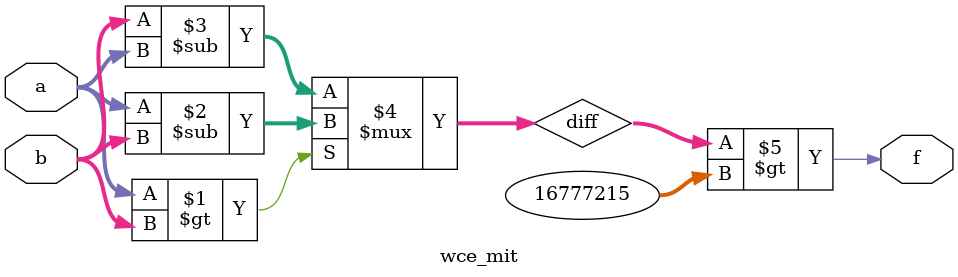
<source format=v>
module wce_mit(a, b, f);
parameter _bit = 64;
parameter wce = 16777215;
input [_bit - 1: 0] a;
input [_bit - 1: 0] b;
output f;
wire [_bit - 1: 0] diff;
assign diff = (a > b)? (a - b): (b - a);
assign f = (diff > wce);
endmodule

</source>
